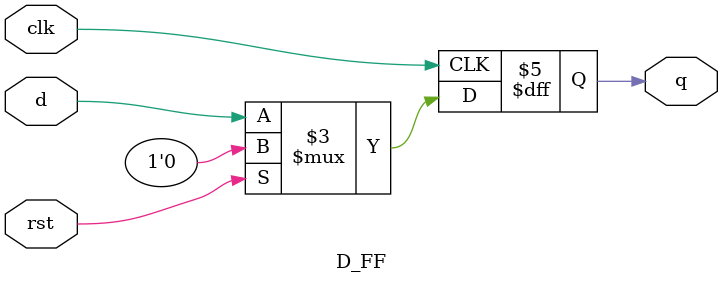
<source format=v>
module D_FF(input d,clk,rst,output reg q);
  always@(posedge  clk ) begin
    if(rst) 
      q<=1'b0;
    else q<=d;
     end
      endmodule

</source>
